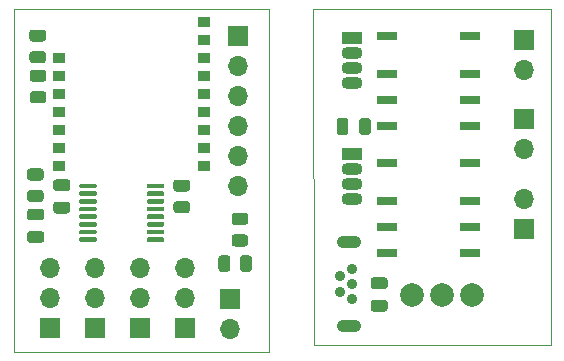
<source format=gts>
%TF.GenerationSoftware,KiCad,Pcbnew,(5.1.7)-1*%
%TF.CreationDate,2021-06-20T23:27:28+01:00*%
%TF.ProjectId,RcDev,52634465-762e-46b6-9963-61645f706362,rev?*%
%TF.SameCoordinates,Original*%
%TF.FileFunction,Soldermask,Top*%
%TF.FilePolarity,Negative*%
%FSLAX46Y46*%
G04 Gerber Fmt 4.6, Leading zero omitted, Abs format (unit mm)*
G04 Created by KiCad (PCBNEW (5.1.7)-1) date 2021-06-20 23:27:28*
%MOMM*%
%LPD*%
G01*
G04 APERTURE LIST*
%TA.AperFunction,Profile*%
%ADD10C,0.050000*%
%TD*%
%ADD11O,1.700000X1.700000*%
%ADD12R,1.700000X1.700000*%
%ADD13C,2.000000*%
%ADD14C,0.900000*%
%ADD15O,2.050000X1.050000*%
%ADD16O,1.800000X1.070000*%
%ADD17R,1.800000X1.070000*%
%ADD18R,1.800000X0.800000*%
%ADD19R,1.000000X0.900000*%
G04 APERTURE END LIST*
D10*
X131038600Y-50292000D02*
X151130000Y-50292000D01*
X105689400Y-50266600D02*
X105664000Y-79349600D01*
X127254000Y-50292000D02*
X105689400Y-50266600D01*
X127279400Y-79349600D02*
X127254000Y-50292000D01*
X105664000Y-79349600D02*
X127279400Y-79349600D01*
X131064000Y-78765400D02*
X131038600Y-50292000D01*
X151130000Y-78740000D02*
X131064000Y-78765400D01*
X151130000Y-50292000D02*
X151130000Y-78740000D01*
D11*
%TO.C,J9*%
X148869400Y-66395600D03*
D12*
X148869400Y-68935600D03*
%TD*%
D11*
%TO.C,J6*%
X148844000Y-55499000D03*
D12*
X148844000Y-52959000D03*
%TD*%
%TO.C,J10*%
X123977400Y-74828400D03*
D11*
X123977400Y-77368400D03*
%TD*%
D13*
%TO.C,SW1*%
X139369800Y-74498200D03*
X141909800Y-74498200D03*
X144449800Y-74498200D03*
%TD*%
D14*
%TO.C,J7*%
X133291500Y-74246500D03*
X133291500Y-72946500D03*
X134291500Y-74896500D03*
X134291500Y-72296500D03*
X134291500Y-73596500D03*
D15*
X134021500Y-77171500D03*
X134021500Y-70021500D03*
%TD*%
D16*
%TO.C,D2*%
X134289800Y-66421000D03*
X134289800Y-65151000D03*
X134289800Y-63881000D03*
D17*
X134289800Y-62611000D03*
%TD*%
%TO.C,R4*%
G36*
G01*
X125265601Y-68586400D02*
X124365599Y-68586400D01*
G75*
G02*
X124115600Y-68336401I0J249999D01*
G01*
X124115600Y-67811399D01*
G75*
G02*
X124365599Y-67561400I249999J0D01*
G01*
X125265601Y-67561400D01*
G75*
G02*
X125515600Y-67811399I0J-249999D01*
G01*
X125515600Y-68336401D01*
G75*
G02*
X125265601Y-68586400I-249999J0D01*
G01*
G37*
G36*
G01*
X125265601Y-70411400D02*
X124365599Y-70411400D01*
G75*
G02*
X124115600Y-70161401I0J249999D01*
G01*
X124115600Y-69636399D01*
G75*
G02*
X124365599Y-69386400I249999J0D01*
G01*
X125265601Y-69386400D01*
G75*
G02*
X125515600Y-69636399I0J-249999D01*
G01*
X125515600Y-70161401D01*
G75*
G02*
X125265601Y-70411400I-249999J0D01*
G01*
G37*
%TD*%
D11*
%TO.C,J5*%
X120142000Y-72263000D03*
X120142000Y-74803000D03*
D12*
X120142000Y-77343000D03*
%TD*%
%TO.C,R5*%
G36*
G01*
X124809200Y-72306601D02*
X124809200Y-71406599D01*
G75*
G02*
X125059199Y-71156600I249999J0D01*
G01*
X125584201Y-71156600D01*
G75*
G02*
X125834200Y-71406599I0J-249999D01*
G01*
X125834200Y-72306601D01*
G75*
G02*
X125584201Y-72556600I-249999J0D01*
G01*
X125059199Y-72556600D01*
G75*
G02*
X124809200Y-72306601I0J249999D01*
G01*
G37*
G36*
G01*
X122984200Y-72306601D02*
X122984200Y-71406599D01*
G75*
G02*
X123234199Y-71156600I249999J0D01*
G01*
X123759201Y-71156600D01*
G75*
G02*
X124009200Y-71406599I0J-249999D01*
G01*
X124009200Y-72306601D01*
G75*
G02*
X123759201Y-72556600I-249999J0D01*
G01*
X123234199Y-72556600D01*
G75*
G02*
X122984200Y-72306601I0J249999D01*
G01*
G37*
%TD*%
%TO.C,U1*%
G36*
G01*
X116933000Y-65389000D02*
X116933000Y-65189000D01*
G75*
G02*
X117033000Y-65089000I100000J0D01*
G01*
X118308000Y-65089000D01*
G75*
G02*
X118408000Y-65189000I0J-100000D01*
G01*
X118408000Y-65389000D01*
G75*
G02*
X118308000Y-65489000I-100000J0D01*
G01*
X117033000Y-65489000D01*
G75*
G02*
X116933000Y-65389000I0J100000D01*
G01*
G37*
G36*
G01*
X116933000Y-66039000D02*
X116933000Y-65839000D01*
G75*
G02*
X117033000Y-65739000I100000J0D01*
G01*
X118308000Y-65739000D01*
G75*
G02*
X118408000Y-65839000I0J-100000D01*
G01*
X118408000Y-66039000D01*
G75*
G02*
X118308000Y-66139000I-100000J0D01*
G01*
X117033000Y-66139000D01*
G75*
G02*
X116933000Y-66039000I0J100000D01*
G01*
G37*
G36*
G01*
X116933000Y-66689000D02*
X116933000Y-66489000D01*
G75*
G02*
X117033000Y-66389000I100000J0D01*
G01*
X118308000Y-66389000D01*
G75*
G02*
X118408000Y-66489000I0J-100000D01*
G01*
X118408000Y-66689000D01*
G75*
G02*
X118308000Y-66789000I-100000J0D01*
G01*
X117033000Y-66789000D01*
G75*
G02*
X116933000Y-66689000I0J100000D01*
G01*
G37*
G36*
G01*
X116933000Y-67339000D02*
X116933000Y-67139000D01*
G75*
G02*
X117033000Y-67039000I100000J0D01*
G01*
X118308000Y-67039000D01*
G75*
G02*
X118408000Y-67139000I0J-100000D01*
G01*
X118408000Y-67339000D01*
G75*
G02*
X118308000Y-67439000I-100000J0D01*
G01*
X117033000Y-67439000D01*
G75*
G02*
X116933000Y-67339000I0J100000D01*
G01*
G37*
G36*
G01*
X116933000Y-67989000D02*
X116933000Y-67789000D01*
G75*
G02*
X117033000Y-67689000I100000J0D01*
G01*
X118308000Y-67689000D01*
G75*
G02*
X118408000Y-67789000I0J-100000D01*
G01*
X118408000Y-67989000D01*
G75*
G02*
X118308000Y-68089000I-100000J0D01*
G01*
X117033000Y-68089000D01*
G75*
G02*
X116933000Y-67989000I0J100000D01*
G01*
G37*
G36*
G01*
X116933000Y-68639000D02*
X116933000Y-68439000D01*
G75*
G02*
X117033000Y-68339000I100000J0D01*
G01*
X118308000Y-68339000D01*
G75*
G02*
X118408000Y-68439000I0J-100000D01*
G01*
X118408000Y-68639000D01*
G75*
G02*
X118308000Y-68739000I-100000J0D01*
G01*
X117033000Y-68739000D01*
G75*
G02*
X116933000Y-68639000I0J100000D01*
G01*
G37*
G36*
G01*
X116933000Y-69289000D02*
X116933000Y-69089000D01*
G75*
G02*
X117033000Y-68989000I100000J0D01*
G01*
X118308000Y-68989000D01*
G75*
G02*
X118408000Y-69089000I0J-100000D01*
G01*
X118408000Y-69289000D01*
G75*
G02*
X118308000Y-69389000I-100000J0D01*
G01*
X117033000Y-69389000D01*
G75*
G02*
X116933000Y-69289000I0J100000D01*
G01*
G37*
G36*
G01*
X116933000Y-69939000D02*
X116933000Y-69739000D01*
G75*
G02*
X117033000Y-69639000I100000J0D01*
G01*
X118308000Y-69639000D01*
G75*
G02*
X118408000Y-69739000I0J-100000D01*
G01*
X118408000Y-69939000D01*
G75*
G02*
X118308000Y-70039000I-100000J0D01*
G01*
X117033000Y-70039000D01*
G75*
G02*
X116933000Y-69939000I0J100000D01*
G01*
G37*
G36*
G01*
X111208000Y-69939000D02*
X111208000Y-69739000D01*
G75*
G02*
X111308000Y-69639000I100000J0D01*
G01*
X112583000Y-69639000D01*
G75*
G02*
X112683000Y-69739000I0J-100000D01*
G01*
X112683000Y-69939000D01*
G75*
G02*
X112583000Y-70039000I-100000J0D01*
G01*
X111308000Y-70039000D01*
G75*
G02*
X111208000Y-69939000I0J100000D01*
G01*
G37*
G36*
G01*
X111208000Y-69289000D02*
X111208000Y-69089000D01*
G75*
G02*
X111308000Y-68989000I100000J0D01*
G01*
X112583000Y-68989000D01*
G75*
G02*
X112683000Y-69089000I0J-100000D01*
G01*
X112683000Y-69289000D01*
G75*
G02*
X112583000Y-69389000I-100000J0D01*
G01*
X111308000Y-69389000D01*
G75*
G02*
X111208000Y-69289000I0J100000D01*
G01*
G37*
G36*
G01*
X111208000Y-68639000D02*
X111208000Y-68439000D01*
G75*
G02*
X111308000Y-68339000I100000J0D01*
G01*
X112583000Y-68339000D01*
G75*
G02*
X112683000Y-68439000I0J-100000D01*
G01*
X112683000Y-68639000D01*
G75*
G02*
X112583000Y-68739000I-100000J0D01*
G01*
X111308000Y-68739000D01*
G75*
G02*
X111208000Y-68639000I0J100000D01*
G01*
G37*
G36*
G01*
X111208000Y-67989000D02*
X111208000Y-67789000D01*
G75*
G02*
X111308000Y-67689000I100000J0D01*
G01*
X112583000Y-67689000D01*
G75*
G02*
X112683000Y-67789000I0J-100000D01*
G01*
X112683000Y-67989000D01*
G75*
G02*
X112583000Y-68089000I-100000J0D01*
G01*
X111308000Y-68089000D01*
G75*
G02*
X111208000Y-67989000I0J100000D01*
G01*
G37*
G36*
G01*
X111208000Y-67339000D02*
X111208000Y-67139000D01*
G75*
G02*
X111308000Y-67039000I100000J0D01*
G01*
X112583000Y-67039000D01*
G75*
G02*
X112683000Y-67139000I0J-100000D01*
G01*
X112683000Y-67339000D01*
G75*
G02*
X112583000Y-67439000I-100000J0D01*
G01*
X111308000Y-67439000D01*
G75*
G02*
X111208000Y-67339000I0J100000D01*
G01*
G37*
G36*
G01*
X111208000Y-66689000D02*
X111208000Y-66489000D01*
G75*
G02*
X111308000Y-66389000I100000J0D01*
G01*
X112583000Y-66389000D01*
G75*
G02*
X112683000Y-66489000I0J-100000D01*
G01*
X112683000Y-66689000D01*
G75*
G02*
X112583000Y-66789000I-100000J0D01*
G01*
X111308000Y-66789000D01*
G75*
G02*
X111208000Y-66689000I0J100000D01*
G01*
G37*
G36*
G01*
X111208000Y-66039000D02*
X111208000Y-65839000D01*
G75*
G02*
X111308000Y-65739000I100000J0D01*
G01*
X112583000Y-65739000D01*
G75*
G02*
X112683000Y-65839000I0J-100000D01*
G01*
X112683000Y-66039000D01*
G75*
G02*
X112583000Y-66139000I-100000J0D01*
G01*
X111308000Y-66139000D01*
G75*
G02*
X111208000Y-66039000I0J100000D01*
G01*
G37*
G36*
G01*
X111208000Y-65389000D02*
X111208000Y-65189000D01*
G75*
G02*
X111308000Y-65089000I100000J0D01*
G01*
X112583000Y-65089000D01*
G75*
G02*
X112683000Y-65189000I0J-100000D01*
G01*
X112683000Y-65389000D01*
G75*
G02*
X112583000Y-65489000I-100000J0D01*
G01*
X111308000Y-65489000D01*
G75*
G02*
X111208000Y-65389000I0J100000D01*
G01*
G37*
%TD*%
%TO.C,R6*%
G36*
G01*
X107042799Y-65627200D02*
X107942801Y-65627200D01*
G75*
G02*
X108192800Y-65877199I0J-249999D01*
G01*
X108192800Y-66402201D01*
G75*
G02*
X107942801Y-66652200I-249999J0D01*
G01*
X107042799Y-66652200D01*
G75*
G02*
X106792800Y-66402201I0J249999D01*
G01*
X106792800Y-65877199D01*
G75*
G02*
X107042799Y-65627200I249999J0D01*
G01*
G37*
G36*
G01*
X107042799Y-63802200D02*
X107942801Y-63802200D01*
G75*
G02*
X108192800Y-64052199I0J-249999D01*
G01*
X108192800Y-64577201D01*
G75*
G02*
X107942801Y-64827200I-249999J0D01*
G01*
X107042799Y-64827200D01*
G75*
G02*
X106792800Y-64577201I0J249999D01*
G01*
X106792800Y-64052199D01*
G75*
G02*
X107042799Y-63802200I249999J0D01*
G01*
G37*
%TD*%
%TO.C,R3*%
G36*
G01*
X108171401Y-56470600D02*
X107271399Y-56470600D01*
G75*
G02*
X107021400Y-56220601I0J249999D01*
G01*
X107021400Y-55695599D01*
G75*
G02*
X107271399Y-55445600I249999J0D01*
G01*
X108171401Y-55445600D01*
G75*
G02*
X108421400Y-55695599I0J-249999D01*
G01*
X108421400Y-56220601D01*
G75*
G02*
X108171401Y-56470600I-249999J0D01*
G01*
G37*
G36*
G01*
X108171401Y-58295600D02*
X107271399Y-58295600D01*
G75*
G02*
X107021400Y-58045601I0J249999D01*
G01*
X107021400Y-57520599D01*
G75*
G02*
X107271399Y-57270600I249999J0D01*
G01*
X108171401Y-57270600D01*
G75*
G02*
X108421400Y-57520599I0J-249999D01*
G01*
X108421400Y-58045601D01*
G75*
G02*
X108171401Y-58295600I-249999J0D01*
G01*
G37*
%TD*%
%TO.C,R2*%
G36*
G01*
X107245999Y-53867000D02*
X108146001Y-53867000D01*
G75*
G02*
X108396000Y-54116999I0J-249999D01*
G01*
X108396000Y-54642001D01*
G75*
G02*
X108146001Y-54892000I-249999J0D01*
G01*
X107245999Y-54892000D01*
G75*
G02*
X106996000Y-54642001I0J249999D01*
G01*
X106996000Y-54116999D01*
G75*
G02*
X107245999Y-53867000I249999J0D01*
G01*
G37*
G36*
G01*
X107245999Y-52042000D02*
X108146001Y-52042000D01*
G75*
G02*
X108396000Y-52291999I0J-249999D01*
G01*
X108396000Y-52817001D01*
G75*
G02*
X108146001Y-53067000I-249999J0D01*
G01*
X107245999Y-53067000D01*
G75*
G02*
X106996000Y-52817001I0J249999D01*
G01*
X106996000Y-52291999D01*
G75*
G02*
X107245999Y-52042000I249999J0D01*
G01*
G37*
%TD*%
%TO.C,R1*%
G36*
G01*
X119437999Y-66567000D02*
X120338001Y-66567000D01*
G75*
G02*
X120588000Y-66816999I0J-249999D01*
G01*
X120588000Y-67342001D01*
G75*
G02*
X120338001Y-67592000I-249999J0D01*
G01*
X119437999Y-67592000D01*
G75*
G02*
X119188000Y-67342001I0J249999D01*
G01*
X119188000Y-66816999D01*
G75*
G02*
X119437999Y-66567000I249999J0D01*
G01*
G37*
G36*
G01*
X119437999Y-64742000D02*
X120338001Y-64742000D01*
G75*
G02*
X120588000Y-64991999I0J-249999D01*
G01*
X120588000Y-65517001D01*
G75*
G02*
X120338001Y-65767000I-249999J0D01*
G01*
X119437999Y-65767000D01*
G75*
G02*
X119188000Y-65517001I0J249999D01*
G01*
X119188000Y-64991999D01*
G75*
G02*
X119437999Y-64742000I249999J0D01*
G01*
G37*
%TD*%
D18*
%TO.C,K2*%
X137279500Y-63319500D03*
X137279500Y-66519500D03*
X137279500Y-68719500D03*
X137279500Y-70919500D03*
X144279500Y-70919500D03*
X144279500Y-68719500D03*
X144279500Y-66519500D03*
X144279500Y-63319500D03*
%TD*%
%TO.C,K1*%
X137279500Y-52588000D03*
X137279500Y-55788000D03*
X137279500Y-57988000D03*
X137279500Y-60188000D03*
X144279500Y-60188000D03*
X144279500Y-57988000D03*
X144279500Y-55788000D03*
X144279500Y-52588000D03*
%TD*%
D11*
%TO.C,J8*%
X148869400Y-62179200D03*
D12*
X148869400Y-59639200D03*
%TD*%
D11*
%TO.C,J4*%
X108712000Y-72263000D03*
X108712000Y-74803000D03*
D12*
X108712000Y-77343000D03*
%TD*%
D11*
%TO.C,J2*%
X116332000Y-72263000D03*
X116332000Y-74803000D03*
D12*
X116332000Y-77343000D03*
%TD*%
D11*
%TO.C,J1*%
X112522000Y-72263000D03*
X112522000Y-74803000D03*
D12*
X112522000Y-77343000D03*
%TD*%
D16*
%TO.C,D1*%
X134289800Y-56565800D03*
X134289800Y-55295800D03*
X134289800Y-54025800D03*
D17*
X134289800Y-52755800D03*
%TD*%
%TO.C,C5*%
G36*
G01*
X136126200Y-74922800D02*
X137076200Y-74922800D01*
G75*
G02*
X137326200Y-75172800I0J-250000D01*
G01*
X137326200Y-75672800D01*
G75*
G02*
X137076200Y-75922800I-250000J0D01*
G01*
X136126200Y-75922800D01*
G75*
G02*
X135876200Y-75672800I0J250000D01*
G01*
X135876200Y-75172800D01*
G75*
G02*
X136126200Y-74922800I250000J0D01*
G01*
G37*
G36*
G01*
X136126200Y-73022800D02*
X137076200Y-73022800D01*
G75*
G02*
X137326200Y-73272800I0J-250000D01*
G01*
X137326200Y-73772800D01*
G75*
G02*
X137076200Y-74022800I-250000J0D01*
G01*
X136126200Y-74022800D01*
G75*
G02*
X135876200Y-73772800I0J250000D01*
G01*
X135876200Y-73272800D01*
G75*
G02*
X136126200Y-73022800I250000J0D01*
G01*
G37*
%TD*%
%TO.C,C3*%
G36*
G01*
X134892200Y-60723800D02*
X134892200Y-59773800D01*
G75*
G02*
X135142200Y-59523800I250000J0D01*
G01*
X135642200Y-59523800D01*
G75*
G02*
X135892200Y-59773800I0J-250000D01*
G01*
X135892200Y-60723800D01*
G75*
G02*
X135642200Y-60973800I-250000J0D01*
G01*
X135142200Y-60973800D01*
G75*
G02*
X134892200Y-60723800I0J250000D01*
G01*
G37*
G36*
G01*
X132992200Y-60723800D02*
X132992200Y-59773800D01*
G75*
G02*
X133242200Y-59523800I250000J0D01*
G01*
X133742200Y-59523800D01*
G75*
G02*
X133992200Y-59773800I0J-250000D01*
G01*
X133992200Y-60723800D01*
G75*
G02*
X133742200Y-60973800I-250000J0D01*
G01*
X133242200Y-60973800D01*
G75*
G02*
X132992200Y-60723800I0J250000D01*
G01*
G37*
%TD*%
%TO.C,C2*%
G36*
G01*
X109253000Y-66617000D02*
X110203000Y-66617000D01*
G75*
G02*
X110453000Y-66867000I0J-250000D01*
G01*
X110453000Y-67367000D01*
G75*
G02*
X110203000Y-67617000I-250000J0D01*
G01*
X109253000Y-67617000D01*
G75*
G02*
X109003000Y-67367000I0J250000D01*
G01*
X109003000Y-66867000D01*
G75*
G02*
X109253000Y-66617000I250000J0D01*
G01*
G37*
G36*
G01*
X109253000Y-64717000D02*
X110203000Y-64717000D01*
G75*
G02*
X110453000Y-64967000I0J-250000D01*
G01*
X110453000Y-65467000D01*
G75*
G02*
X110203000Y-65717000I-250000J0D01*
G01*
X109253000Y-65717000D01*
G75*
G02*
X109003000Y-65467000I0J250000D01*
G01*
X109003000Y-64967000D01*
G75*
G02*
X109253000Y-64717000I250000J0D01*
G01*
G37*
%TD*%
D19*
%TO.C,U2*%
X109474000Y-63563500D03*
X109474000Y-62039500D03*
X109474000Y-60515500D03*
X109474000Y-58991500D03*
X109474000Y-57467500D03*
X109474000Y-55943500D03*
X109474000Y-54419500D03*
X121793000Y-63563500D03*
X121793000Y-62039500D03*
X121793000Y-60515500D03*
X121793000Y-58991500D03*
X121793000Y-57467500D03*
X121793000Y-55943500D03*
X121793000Y-54419500D03*
X121793000Y-52895500D03*
X121793000Y-51371500D03*
%TD*%
D12*
%TO.C,J3*%
X124650500Y-52578000D03*
D11*
X124650500Y-55118000D03*
X124650500Y-57658000D03*
X124650500Y-60198000D03*
X124650500Y-62738000D03*
X124650500Y-65278000D03*
%TD*%
%TO.C,C7*%
G36*
G01*
X107043200Y-67206200D02*
X107993200Y-67206200D01*
G75*
G02*
X108243200Y-67456200I0J-250000D01*
G01*
X108243200Y-67956200D01*
G75*
G02*
X107993200Y-68206200I-250000J0D01*
G01*
X107043200Y-68206200D01*
G75*
G02*
X106793200Y-67956200I0J250000D01*
G01*
X106793200Y-67456200D01*
G75*
G02*
X107043200Y-67206200I250000J0D01*
G01*
G37*
G36*
G01*
X107043200Y-69106200D02*
X107993200Y-69106200D01*
G75*
G02*
X108243200Y-69356200I0J-250000D01*
G01*
X108243200Y-69856200D01*
G75*
G02*
X107993200Y-70106200I-250000J0D01*
G01*
X107043200Y-70106200D01*
G75*
G02*
X106793200Y-69856200I0J250000D01*
G01*
X106793200Y-69356200D01*
G75*
G02*
X107043200Y-69106200I250000J0D01*
G01*
G37*
%TD*%
M02*

</source>
